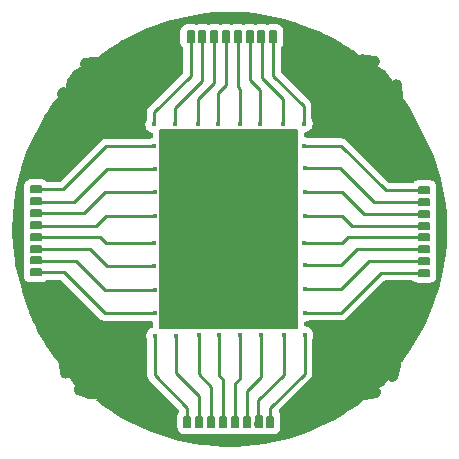
<source format=gbr>
%TF.GenerationSoftware,KiCad,Pcbnew,9.0.2*%
%TF.CreationDate,2025-06-18T21:38:18-04:00*%
%TF.ProjectId,GlassIDC_Mounted_10x15mm,476c6173-7349-4444-935f-4d6f756e7465,rev?*%
%TF.SameCoordinates,Original*%
%TF.FileFunction,Copper,L2,Bot*%
%TF.FilePolarity,Positive*%
%FSLAX46Y46*%
G04 Gerber Fmt 4.6, Leading zero omitted, Abs format (unit mm)*
G04 Created by KiCad (PCBNEW 9.0.2) date 2025-06-18 21:38:18*
%MOMM*%
%LPD*%
G01*
G04 APERTURE LIST*
%TA.AperFunction,NonConductor*%
%ADD10C,1.000000*%
%TD*%
%TA.AperFunction,NonConductor*%
%ADD11C,0.900000*%
%TD*%
%TA.AperFunction,NonConductor*%
%ADD12C,0.200000*%
%TD*%
%TA.AperFunction,NonConductor*%
%ADD13C,1.016000*%
%TD*%
%TA.AperFunction,ComponentPad*%
%ADD14C,5.000000*%
%TD*%
%TA.AperFunction,ViaPad*%
%ADD15C,0.700000*%
%TD*%
%TA.AperFunction,ViaPad*%
%ADD16C,0.450000*%
%TD*%
%TA.AperFunction,ViaPad*%
%ADD17C,1.500000*%
%TD*%
%TA.AperFunction,Conductor*%
%ADD18C,0.254000*%
%TD*%
%TA.AperFunction,Conductor*%
%ADD19C,0.250000*%
%TD*%
G04 APERTURE END LIST*
D10*
X162589683Y-92805782D02*
G75*
G02*
X160709575Y-90822581I-2678230J-656220D01*
G01*
D11*
X134599415Y-117184361D02*
G75*
G02*
X135760294Y-118595021I2482131J859635D01*
G01*
D10*
X136317933Y-91002582D02*
G75*
G02*
X134393840Y-93475261I753167J-2571018D01*
G01*
X160800001Y-118800000D02*
G75*
G02*
X162261308Y-117427782I-932358J2457088D01*
G01*
D12*
X142600000Y-96600000D02*
X154200000Y-96600000D01*
X154200000Y-113400000D01*
X142600000Y-113400000D01*
X142600000Y-96600000D01*
%TA.AperFunction,NonConductor*%
G36*
X142600000Y-96600000D02*
G01*
X154200000Y-96600000D01*
X154200000Y-113400000D01*
X142600000Y-113400000D01*
X142600000Y-96600000D01*
G37*
%TD.AperFunction*%
X145922000Y-88251000D02*
X146430000Y-88251000D01*
X146430000Y-89140000D01*
X145922000Y-89140000D01*
X145922000Y-88251000D01*
%TA.AperFunction,NonConductor*%
G36*
X145922000Y-88251000D02*
G01*
X146430000Y-88251000D01*
X146430000Y-89140000D01*
X145922000Y-89140000D01*
X145922000Y-88251000D01*
G37*
%TD.AperFunction*%
D13*
X138341100Y-116433600D02*
G75*
G02*
X135801100Y-116433600I-1270000J0D01*
G01*
X135801100Y-116433600D02*
G75*
G02*
X138341100Y-116433600I1270000J0D01*
G01*
D12*
X145672000Y-120870000D02*
X146180000Y-120870000D01*
X146180000Y-121759000D01*
X145672000Y-121759000D01*
X145672000Y-120870000D01*
%TA.AperFunction,NonConductor*%
G36*
X145672000Y-120870000D02*
G01*
X146180000Y-120870000D01*
X146180000Y-121759000D01*
X145672000Y-121759000D01*
X145672000Y-120870000D01*
G37*
%TD.AperFunction*%
X149929100Y-88242600D02*
X150437100Y-88242600D01*
X150437100Y-89131600D01*
X149929100Y-89131600D01*
X149929100Y-88242600D01*
%TA.AperFunction,NonConductor*%
G36*
X149929100Y-88242600D02*
G01*
X150437100Y-88242600D01*
X150437100Y-89131600D01*
X149929100Y-89131600D01*
X149929100Y-88242600D01*
G37*
%TD.AperFunction*%
X131659050Y-105383000D02*
X132548050Y-105383000D01*
X132548050Y-105891000D01*
X131659050Y-105891000D01*
X131659050Y-105383000D01*
%TA.AperFunction,NonConductor*%
G36*
X131659050Y-105383000D02*
G01*
X132548050Y-105383000D01*
X132548050Y-105891000D01*
X131659050Y-105891000D01*
X131659050Y-105383000D01*
G37*
%TD.AperFunction*%
X131659050Y-103383000D02*
X132548050Y-103383000D01*
X132548050Y-103891000D01*
X131659050Y-103891000D01*
X131659050Y-103383000D01*
%TA.AperFunction,NonConductor*%
G36*
X131659050Y-103383000D02*
G01*
X132548050Y-103383000D01*
X132548050Y-103891000D01*
X131659050Y-103891000D01*
X131659050Y-103383000D01*
G37*
%TD.AperFunction*%
X151672900Y-120858400D02*
X152180900Y-120858400D01*
X152180900Y-121747400D01*
X151672900Y-121747400D01*
X151672900Y-120858400D01*
%TA.AperFunction,NonConductor*%
G36*
X151672900Y-120858400D02*
G01*
X152180900Y-120858400D01*
X152180900Y-121747400D01*
X151672900Y-121747400D01*
X151672900Y-120858400D01*
G37*
%TD.AperFunction*%
X146929100Y-88242600D02*
X147437100Y-88242600D01*
X147437100Y-89131600D01*
X146929100Y-89131600D01*
X146929100Y-88242600D01*
%TA.AperFunction,NonConductor*%
G36*
X146929100Y-88242600D02*
G01*
X147437100Y-88242600D01*
X147437100Y-89131600D01*
X146929100Y-89131600D01*
X146929100Y-88242600D01*
G37*
%TD.AperFunction*%
X147929100Y-88242600D02*
X148437100Y-88242600D01*
X148437100Y-89131600D01*
X147929100Y-89131600D01*
X147929100Y-88242600D01*
%TA.AperFunction,NonConductor*%
G36*
X147929100Y-88242600D02*
G01*
X148437100Y-88242600D01*
X148437100Y-89131600D01*
X147929100Y-89131600D01*
X147929100Y-88242600D01*
G37*
%TD.AperFunction*%
X131659050Y-108383000D02*
X132548050Y-108383000D01*
X132548050Y-108891000D01*
X131659050Y-108891000D01*
X131659050Y-108383000D01*
%TA.AperFunction,NonConductor*%
G36*
X131659050Y-108383000D02*
G01*
X132548050Y-108383000D01*
X132548050Y-108891000D01*
X131659050Y-108891000D01*
X131659050Y-108383000D01*
G37*
%TD.AperFunction*%
X148672900Y-120858400D02*
X149180900Y-120858400D01*
X149180900Y-121747400D01*
X148672900Y-121747400D01*
X148672900Y-120858400D01*
%TA.AperFunction,NonConductor*%
G36*
X148672900Y-120858400D02*
G01*
X149180900Y-120858400D01*
X149180900Y-121747400D01*
X148672900Y-121747400D01*
X148672900Y-120858400D01*
G37*
%TD.AperFunction*%
X131659050Y-104383000D02*
X132548050Y-104383000D01*
X132548050Y-104891000D01*
X131659050Y-104891000D01*
X131659050Y-104383000D01*
%TA.AperFunction,NonConductor*%
G36*
X131659050Y-104383000D02*
G01*
X132548050Y-104383000D01*
X132548050Y-104891000D01*
X131659050Y-104891000D01*
X131659050Y-104383000D01*
G37*
%TD.AperFunction*%
X164496900Y-105436000D02*
X165385900Y-105436000D01*
X165385900Y-105944000D01*
X164496900Y-105944000D01*
X164496900Y-105436000D01*
%TA.AperFunction,NonConductor*%
G36*
X164496900Y-105436000D02*
G01*
X165385900Y-105436000D01*
X165385900Y-105944000D01*
X164496900Y-105944000D01*
X164496900Y-105436000D01*
G37*
%TD.AperFunction*%
X144929100Y-88242600D02*
X145437100Y-88242600D01*
X145437100Y-89131600D01*
X144929100Y-89131600D01*
X144929100Y-88242600D01*
%TA.AperFunction,NonConductor*%
G36*
X144929100Y-88242600D02*
G01*
X145437100Y-88242600D01*
X145437100Y-89131600D01*
X144929100Y-89131600D01*
X144929100Y-88242600D01*
G37*
%TD.AperFunction*%
X146672900Y-120858400D02*
X147180900Y-120858400D01*
X147180900Y-121747400D01*
X146672900Y-121747400D01*
X146672900Y-120858400D01*
%TA.AperFunction,NonConductor*%
G36*
X146672900Y-120858400D02*
G01*
X147180900Y-120858400D01*
X147180900Y-121747400D01*
X146672900Y-121747400D01*
X146672900Y-120858400D01*
G37*
%TD.AperFunction*%
X164495000Y-108441000D02*
X165384000Y-108441000D01*
X165384000Y-108949000D01*
X164495000Y-108949000D01*
X164495000Y-108441000D01*
%TA.AperFunction,NonConductor*%
G36*
X164495000Y-108441000D02*
G01*
X165384000Y-108441000D01*
X165384000Y-108949000D01*
X164495000Y-108949000D01*
X164495000Y-108441000D01*
G37*
%TD.AperFunction*%
X164496900Y-106436000D02*
X165385900Y-106436000D01*
X165385900Y-106944000D01*
X164496900Y-106944000D01*
X164496900Y-106436000D01*
%TA.AperFunction,NonConductor*%
G36*
X164496900Y-106436000D02*
G01*
X165385900Y-106436000D01*
X165385900Y-106944000D01*
X164496900Y-106944000D01*
X164496900Y-106436000D01*
G37*
%TD.AperFunction*%
X151934100Y-88244500D02*
X152442100Y-88244500D01*
X152442100Y-89133500D01*
X151934100Y-89133500D01*
X151934100Y-88244500D01*
%TA.AperFunction,NonConductor*%
G36*
X151934100Y-88244500D02*
G01*
X152442100Y-88244500D01*
X152442100Y-89133500D01*
X151934100Y-89133500D01*
X151934100Y-88244500D01*
G37*
%TD.AperFunction*%
D13*
X138341100Y-93573600D02*
G75*
G02*
X135801100Y-93573600I-1270000J0D01*
G01*
X135801100Y-93573600D02*
G75*
G02*
X138341100Y-93573600I1270000J0D01*
G01*
D12*
X148929100Y-88242600D02*
X149437100Y-88242600D01*
X149437100Y-89131600D01*
X148929100Y-89131600D01*
X148929100Y-88242600D01*
%TA.AperFunction,NonConductor*%
G36*
X148929100Y-88242600D02*
G01*
X149437100Y-88242600D01*
X149437100Y-89131600D01*
X148929100Y-89131600D01*
X148929100Y-88242600D01*
G37*
%TD.AperFunction*%
X149672900Y-120858400D02*
X150180900Y-120858400D01*
X150180900Y-121747400D01*
X149672900Y-121747400D01*
X149672900Y-120858400D01*
%TA.AperFunction,NonConductor*%
G36*
X149672900Y-120858400D02*
G01*
X150180900Y-120858400D01*
X150180900Y-121747400D01*
X149672900Y-121747400D01*
X149672900Y-120858400D01*
G37*
%TD.AperFunction*%
X164496900Y-101436000D02*
X165385900Y-101436000D01*
X165385900Y-101944000D01*
X164496900Y-101944000D01*
X164496900Y-101436000D01*
%TA.AperFunction,NonConductor*%
G36*
X164496900Y-101436000D02*
G01*
X165385900Y-101436000D01*
X165385900Y-101944000D01*
X164496900Y-101944000D01*
X164496900Y-101436000D01*
G37*
%TD.AperFunction*%
X131659050Y-107383000D02*
X132548050Y-107383000D01*
X132548050Y-107891000D01*
X131659050Y-107891000D01*
X131659050Y-107383000D01*
%TA.AperFunction,NonConductor*%
G36*
X131659050Y-107383000D02*
G01*
X132548050Y-107383000D01*
X132548050Y-107891000D01*
X131659050Y-107891000D01*
X131659050Y-107383000D01*
G37*
%TD.AperFunction*%
X164496900Y-104436000D02*
X165385900Y-104436000D01*
X165385900Y-104944000D01*
X164496900Y-104944000D01*
X164496900Y-104436000D01*
%TA.AperFunction,NonConductor*%
G36*
X164496900Y-104436000D02*
G01*
X165385900Y-104436000D01*
X165385900Y-104944000D01*
X164496900Y-104944000D01*
X164496900Y-104436000D01*
G37*
%TD.AperFunction*%
X164496900Y-103436000D02*
X165385900Y-103436000D01*
X165385900Y-103944000D01*
X164496900Y-103944000D01*
X164496900Y-103436000D01*
%TA.AperFunction,NonConductor*%
G36*
X164496900Y-103436000D02*
G01*
X165385900Y-103436000D01*
X165385900Y-103944000D01*
X164496900Y-103944000D01*
X164496900Y-103436000D01*
G37*
%TD.AperFunction*%
X131659050Y-106383000D02*
X132548050Y-106383000D01*
X132548050Y-106891000D01*
X131659050Y-106891000D01*
X131659050Y-106383000D01*
%TA.AperFunction,NonConductor*%
G36*
X131659050Y-106383000D02*
G01*
X132548050Y-106383000D01*
X132548050Y-106891000D01*
X131659050Y-106891000D01*
X131659050Y-106383000D01*
G37*
%TD.AperFunction*%
X144667900Y-120856500D02*
X145175900Y-120856500D01*
X145175900Y-121745500D01*
X144667900Y-121745500D01*
X144667900Y-120856500D01*
%TA.AperFunction,NonConductor*%
G36*
X144667900Y-120856500D02*
G01*
X145175900Y-120856500D01*
X145175900Y-121745500D01*
X144667900Y-121745500D01*
X144667900Y-120856500D01*
G37*
%TD.AperFunction*%
X150680000Y-120850000D02*
X151188000Y-120850000D01*
X151188000Y-121739000D01*
X150680000Y-121739000D01*
X150680000Y-120850000D01*
%TA.AperFunction,NonConductor*%
G36*
X150680000Y-120850000D02*
G01*
X151188000Y-120850000D01*
X151188000Y-121739000D01*
X150680000Y-121739000D01*
X150680000Y-120850000D01*
G37*
%TD.AperFunction*%
D13*
X161201100Y-116433600D02*
G75*
G02*
X158661100Y-116433600I-1270000J0D01*
G01*
X158661100Y-116433600D02*
G75*
G02*
X161201100Y-116433600I1270000J0D01*
G01*
X161201100Y-93573600D02*
G75*
G02*
X158661100Y-93573600I-1270000J0D01*
G01*
X158661100Y-93573600D02*
G75*
G02*
X161201100Y-93573600I1270000J0D01*
G01*
D12*
X164496900Y-102436000D02*
X165385900Y-102436000D01*
X165385900Y-102944000D01*
X164496900Y-102944000D01*
X164496900Y-102436000D01*
%TA.AperFunction,NonConductor*%
G36*
X164496900Y-102436000D02*
G01*
X165385900Y-102436000D01*
X165385900Y-102944000D01*
X164496900Y-102944000D01*
X164496900Y-102436000D01*
G37*
%TD.AperFunction*%
X147672900Y-120858400D02*
X148180900Y-120858400D01*
X148180900Y-121747400D01*
X147672900Y-121747400D01*
X147672900Y-120858400D01*
%TA.AperFunction,NonConductor*%
G36*
X147672900Y-120858400D02*
G01*
X148180900Y-120858400D01*
X148180900Y-121747400D01*
X147672900Y-121747400D01*
X147672900Y-120858400D01*
G37*
%TD.AperFunction*%
X131660950Y-101378000D02*
X132549950Y-101378000D01*
X132549950Y-101886000D01*
X131660950Y-101886000D01*
X131660950Y-101378000D01*
%TA.AperFunction,NonConductor*%
G36*
X131660950Y-101378000D02*
G01*
X132549950Y-101378000D01*
X132549950Y-101886000D01*
X131660950Y-101886000D01*
X131660950Y-101378000D01*
G37*
%TD.AperFunction*%
X131660950Y-102383000D02*
X132549950Y-102383000D01*
X132549950Y-102891000D01*
X131660950Y-102891000D01*
X131660950Y-102383000D01*
%TA.AperFunction,NonConductor*%
G36*
X131660950Y-102383000D02*
G01*
X132549950Y-102383000D01*
X132549950Y-102891000D01*
X131660950Y-102891000D01*
X131660950Y-102383000D01*
G37*
%TD.AperFunction*%
X150930000Y-88231000D02*
X151438000Y-88231000D01*
X151438000Y-89120000D01*
X150930000Y-89120000D01*
X150930000Y-88231000D01*
%TA.AperFunction,NonConductor*%
G36*
X150930000Y-88231000D02*
G01*
X151438000Y-88231000D01*
X151438000Y-89120000D01*
X150930000Y-89120000D01*
X150930000Y-88231000D01*
G37*
%TD.AperFunction*%
X164495000Y-107436000D02*
X165384000Y-107436000D01*
X165384000Y-107944000D01*
X164495000Y-107944000D01*
X164495000Y-107436000D01*
%TA.AperFunction,NonConductor*%
G36*
X164495000Y-107436000D02*
G01*
X165384000Y-107436000D01*
X165384000Y-107944000D01*
X164495000Y-107944000D01*
X164495000Y-107436000D01*
G37*
%TD.AperFunction*%
D14*
%TO.P,REF\u002A\u002A,1*%
%TO.N,N/C*%
X137081545Y-116324726D03*
%TD*%
%TO.P,REF\u002A\u002A,1*%
%TO.N,N/C*%
X159867637Y-116342911D03*
%TD*%
%TO.P,REF\u002A\u002A,1*%
%TO.N,N/C*%
X159911452Y-93461999D03*
%TD*%
%TO.P,REF\u002A\u002A,1*%
%TO.N,N/C*%
X137011817Y-93457817D03*
%TD*%
D15*
%TO.N,*%
X134197502Y-112813550D03*
X140436700Y-119378687D03*
X156438963Y-119105780D03*
X162702509Y-112973729D03*
X162553651Y-97604114D03*
X155855029Y-91017136D03*
X140915819Y-90777329D03*
X133795433Y-97525570D03*
D16*
X142091443Y-96128418D03*
D15*
X148183100Y-88496600D03*
X149183100Y-88496600D03*
D16*
X142109497Y-97976930D03*
X143955577Y-114010677D03*
X154847936Y-113946484D03*
X154785937Y-96055468D03*
D15*
X151183100Y-88498500D03*
D17*
X148501100Y-105003600D03*
D15*
X148926900Y-121493400D03*
X131913050Y-104637000D03*
D16*
X154809128Y-106157290D03*
D15*
X146183100Y-88496600D03*
D16*
X142148756Y-110103241D03*
D15*
X165131900Y-106690000D03*
X151926900Y-121493400D03*
D16*
X154867953Y-112069906D03*
X142114872Y-108085127D03*
X142115175Y-106196384D03*
D15*
X165131900Y-104690000D03*
X131914950Y-101632000D03*
D16*
X154862275Y-103850452D03*
X154873519Y-108052770D03*
D15*
X165130000Y-107690000D03*
D16*
X154867841Y-99833316D03*
X153058758Y-113985806D03*
D15*
X165131900Y-105690000D03*
X150183100Y-88496600D03*
X165130000Y-108695000D03*
X131913050Y-105637000D03*
D16*
X152996759Y-96094790D03*
D15*
X131913050Y-103637000D03*
X152183100Y-88498500D03*
X146926900Y-121493400D03*
X131913050Y-107637000D03*
D16*
X149331515Y-96082903D03*
X151104047Y-113963919D03*
D15*
X131914950Y-102637000D03*
D16*
X154842709Y-110064147D03*
X142143078Y-101883787D03*
D15*
X165131900Y-102690000D03*
X144921900Y-121491500D03*
D16*
X142173888Y-99872410D03*
D15*
X145183100Y-88496600D03*
D16*
X154803450Y-97937836D03*
D15*
X165131900Y-103690000D03*
D16*
X147573256Y-113966145D03*
X145862723Y-113975806D03*
X142174000Y-112109000D03*
D15*
X147926900Y-121493400D03*
D16*
X143884904Y-96097450D03*
X142153442Y-114019434D03*
D15*
X131913050Y-108637000D03*
D16*
X151042048Y-96072903D03*
X149393514Y-113973919D03*
X154837031Y-101844693D03*
D15*
X165131900Y-101690000D03*
X147183100Y-88496600D03*
D16*
X142168322Y-103889546D03*
X147511257Y-96075129D03*
X145800724Y-96084790D03*
D15*
X150926900Y-121493400D03*
X131913050Y-106637000D03*
X149926900Y-121493400D03*
X145926900Y-121491500D03*
%TD*%
D18*
%TO.N,*%
X157986557Y-101844693D02*
X159831864Y-103690000D01*
X154837031Y-101844693D02*
X157986557Y-101844693D01*
X159831864Y-103690000D02*
X165170000Y-103690000D01*
X157833316Y-99833316D02*
X154867841Y-99833316D01*
X160690000Y-102690000D02*
X157833316Y-99833316D01*
X165170000Y-102690000D02*
X160690000Y-102690000D01*
X157937836Y-97937836D02*
X161690000Y-101690000D01*
X161690000Y-101690000D02*
X165170000Y-101690000D01*
X154803450Y-97937836D02*
X157937836Y-97937836D01*
X158844947Y-104690000D02*
X165170000Y-104690000D01*
X158005399Y-103850452D02*
X158844947Y-104690000D01*
X154862275Y-103850452D02*
X158005399Y-103850452D01*
X158510000Y-105690000D02*
X165170000Y-105690000D01*
X158042710Y-106157290D02*
X158510000Y-105690000D01*
X154809128Y-106157290D02*
X158042710Y-106157290D01*
X157947230Y-108052770D02*
X159310000Y-106690000D01*
X159310000Y-106690000D02*
X165170000Y-106690000D01*
X154873519Y-108052770D02*
X157947230Y-108052770D01*
X161331619Y-108695000D02*
X165168100Y-108695000D01*
X157956713Y-112069906D02*
X161331619Y-108695000D01*
X154867953Y-112069906D02*
X157956713Y-112069906D01*
X157935853Y-110064147D02*
X154842709Y-110064147D01*
X160310000Y-107690000D02*
X157935853Y-110064147D01*
X165168100Y-107690000D02*
X160310000Y-107690000D01*
X138085127Y-108085127D02*
X142114872Y-108085127D01*
X136658341Y-106658341D02*
X138085127Y-108085127D01*
X131919029Y-106658341D02*
X136658341Y-106658341D01*
X135467270Y-107667270D02*
X137903241Y-110103241D01*
X131935568Y-107667270D02*
X135467270Y-107667270D01*
X137903241Y-110103241D02*
X142148756Y-110103241D01*
X137909000Y-112109000D02*
X142174000Y-112109000D01*
X134459658Y-108659658D02*
X137909000Y-112109000D01*
X131952108Y-108659658D02*
X134459658Y-108659658D01*
X138012718Y-106196384D02*
X142115175Y-106196384D01*
X137482287Y-105665953D02*
X138012718Y-106196384D01*
X131919029Y-105665953D02*
X137482287Y-105665953D01*
X137200000Y-104690104D02*
X138000558Y-103889546D01*
X138000558Y-103889546D02*
X142168322Y-103889546D01*
X131935568Y-104690104D02*
X137200000Y-104690104D01*
X137916213Y-101883787D02*
X142143078Y-101883787D01*
X136151903Y-103648097D02*
X137916213Y-101883787D01*
X132001728Y-103648097D02*
X136151903Y-103648097D01*
X135311212Y-102688788D02*
X138127590Y-99872410D01*
X132001728Y-102688788D02*
X135311212Y-102688788D01*
X138127590Y-99872410D02*
X142173888Y-99872410D01*
X138023070Y-97976930D02*
X142109497Y-97976930D01*
X134400000Y-101600000D02*
X138023070Y-97976930D01*
X132137450Y-101600000D02*
X134400000Y-101600000D01*
X132105450Y-101632000D02*
X132137450Y-101600000D01*
X154847936Y-117221966D02*
X154847936Y-113946484D01*
X151926900Y-120143002D02*
X154847936Y-117221966D01*
X151926900Y-121531500D02*
X151926900Y-120143002D01*
X150918798Y-119481202D02*
X150918798Y-121474125D01*
X153058758Y-117341242D02*
X150918798Y-119481202D01*
X153058758Y-113985806D02*
X153058758Y-117341242D01*
X149926900Y-118673100D02*
X149926900Y-121531500D01*
X151104047Y-117495953D02*
X149926900Y-118673100D01*
X151104047Y-113963919D02*
X151104047Y-117495953D01*
X149393514Y-117606486D02*
X148926900Y-118073100D01*
X149393514Y-113973919D02*
X149393514Y-117606486D01*
X148926900Y-118073100D02*
X148926900Y-121531500D01*
X147926900Y-117726900D02*
X147926900Y-121531500D01*
X147573256Y-117373256D02*
X147926900Y-117726900D01*
X147573256Y-113966145D02*
X147573256Y-117373256D01*
X146926900Y-118326900D02*
X146926900Y-121531500D01*
X145862723Y-113975806D02*
X145862723Y-117262723D01*
X145862723Y-117262723D02*
X146926900Y-118326900D01*
X145922541Y-119122541D02*
X145922541Y-121495295D01*
X143955577Y-117155577D02*
X145922541Y-119122541D01*
X143955577Y-114010677D02*
X143955577Y-117155577D01*
X142153442Y-117353442D02*
X142153442Y-114019434D01*
X144921900Y-120121900D02*
X142153442Y-117353442D01*
X144921900Y-121529600D02*
X144921900Y-120121900D01*
X149183100Y-92983100D02*
X149183100Y-88458500D01*
X149331515Y-93131515D02*
X149183100Y-92983100D01*
X149331515Y-96082903D02*
X149331515Y-93131515D01*
X151042048Y-96072903D02*
X151042048Y-93242048D01*
X151042048Y-93242048D02*
X150183100Y-92383100D01*
X150183100Y-92383100D02*
X150183100Y-88458500D01*
D19*
X151220000Y-89070000D02*
X151210000Y-89060000D01*
X151220000Y-92220000D02*
X151220000Y-89070000D01*
X152996759Y-93996759D02*
X151220000Y-92220000D01*
X152996759Y-96094790D02*
X152996759Y-93996759D01*
D18*
X148183100Y-92816900D02*
X148183100Y-88458500D01*
X147511257Y-93488743D02*
X148183100Y-92816900D01*
X147511257Y-96075129D02*
X147511257Y-93488743D01*
X145800724Y-93999276D02*
X147183100Y-92616900D01*
X147183100Y-92616900D02*
X147183100Y-88458500D01*
X145800724Y-96084790D02*
X145800724Y-93999276D01*
D19*
X146170000Y-89090000D02*
X146190000Y-89070000D01*
X143884904Y-94715096D02*
X146170000Y-92430000D01*
X146170000Y-92430000D02*
X146170000Y-89090000D01*
X143884904Y-96097450D02*
X143884904Y-94715096D01*
D18*
X145183100Y-92016900D02*
X142091443Y-95108557D01*
X142091443Y-95108557D02*
X142091443Y-96128418D01*
X145183100Y-88458500D02*
X145183100Y-92016900D01*
X154785937Y-94585937D02*
X154785937Y-96055468D01*
X152200000Y-92000000D02*
X154785937Y-94585937D01*
X152200000Y-88472300D02*
X152200000Y-92000000D01*
X152188100Y-88460400D02*
X152200000Y-88472300D01*
%TD*%
%TA.AperFunction,NonConductor*%
G36*
X148929644Y-86604169D02*
G01*
X149772090Y-86643117D01*
X149778930Y-86643593D01*
X150618702Y-86721408D01*
X150625455Y-86722192D01*
X151460753Y-86838711D01*
X151467507Y-86839812D01*
X152296518Y-86994782D01*
X152303225Y-86996197D01*
X153124181Y-87189284D01*
X153130790Y-87191000D01*
X153941984Y-87421804D01*
X153948507Y-87423824D01*
X154012718Y-87445346D01*
X154020612Y-87448244D01*
X154400000Y-87600000D01*
X155976278Y-88191104D01*
X155984086Y-88194289D01*
X156318837Y-88342096D01*
X156325020Y-88344999D01*
X157079961Y-88720914D01*
X157086027Y-88724111D01*
X157401271Y-88899701D01*
X157822809Y-89134496D01*
X157828743Y-89137984D01*
X158187236Y-89359953D01*
X158500140Y-89553695D01*
X158545729Y-89581922D01*
X158551489Y-89585674D01*
X158681212Y-89674537D01*
X158888288Y-89816387D01*
X158893483Y-89820112D01*
X159450543Y-90237907D01*
X159498166Y-90298577D01*
X159509073Y-90374930D01*
X159480343Y-90446507D01*
X159419673Y-90494130D01*
X159394299Y-90502371D01*
X159079503Y-90574221D01*
X159079501Y-90574222D01*
X158761402Y-90685529D01*
X158457765Y-90831753D01*
X158172420Y-91011047D01*
X157908924Y-91221178D01*
X157670631Y-91459471D01*
X157460500Y-91722967D01*
X157281206Y-92008312D01*
X157134982Y-92311949D01*
X157023675Y-92630048D01*
X157023674Y-92630050D01*
X156948685Y-92958599D01*
X156910952Y-93293496D01*
X156910952Y-93630501D01*
X156948685Y-93965398D01*
X157023674Y-94293947D01*
X157023675Y-94293949D01*
X157134982Y-94612048D01*
X157281206Y-94915685D01*
X157460500Y-95201030D01*
X157460504Y-95201035D01*
X157460506Y-95201038D01*
X157670627Y-95464522D01*
X157908929Y-95702824D01*
X158172413Y-95912945D01*
X158172416Y-95912947D01*
X158172420Y-95912950D01*
X158285523Y-95984017D01*
X158457766Y-96092245D01*
X158761401Y-96238468D01*
X159079498Y-96349775D01*
X159170353Y-96370512D01*
X159408052Y-96424765D01*
X159408055Y-96424765D01*
X159408058Y-96424766D01*
X159742948Y-96462499D01*
X159742949Y-96462499D01*
X160079955Y-96462499D01*
X160079956Y-96462499D01*
X160414846Y-96424766D01*
X160414849Y-96424765D01*
X160414851Y-96424765D01*
X160527240Y-96399113D01*
X160743406Y-96349775D01*
X161061503Y-96238468D01*
X161365138Y-96092245D01*
X161650491Y-95912945D01*
X161913975Y-95702824D01*
X162152277Y-95464522D01*
X162362398Y-95201038D01*
X162541698Y-94915685D01*
X162687921Y-94612050D01*
X162799228Y-94293953D01*
X162874219Y-93965393D01*
X162877551Y-93935816D01*
X162905727Y-93864021D01*
X162966027Y-93815931D01*
X163042294Y-93804435D01*
X163114091Y-93832611D01*
X163144519Y-93862705D01*
X163438404Y-94251872D01*
X163442424Y-94257460D01*
X163756190Y-94715501D01*
X163766535Y-94733071D01*
X165794486Y-98788972D01*
X165803627Y-98811788D01*
X166408354Y-100777154D01*
X166410985Y-100786859D01*
X166508499Y-101201460D01*
X166509920Y-101208195D01*
X166664883Y-102037172D01*
X166665991Y-102043966D01*
X166782502Y-102879202D01*
X166783295Y-102886039D01*
X166861105Y-103725756D01*
X166861582Y-103732622D01*
X166900531Y-104575054D01*
X166900690Y-104581936D01*
X166900690Y-105425263D01*
X166900531Y-105432145D01*
X166861582Y-106274577D01*
X166861105Y-106281443D01*
X166788163Y-107068614D01*
X166786772Y-107079361D01*
X166476849Y-108938897D01*
X166474918Y-108948516D01*
X166315423Y-109626649D01*
X166313693Y-109633311D01*
X166264847Y-109804985D01*
X166262889Y-109811327D01*
X165801382Y-111195851D01*
X165798371Y-111204070D01*
X165107508Y-112931228D01*
X165102544Y-112942306D01*
X164851099Y-113447275D01*
X164845486Y-113457520D01*
X163668172Y-115419709D01*
X163663331Y-115427254D01*
X163442424Y-115749739D01*
X163438404Y-115755326D01*
X163126226Y-116168717D01*
X163065399Y-116216140D01*
X162989011Y-116226796D01*
X162917529Y-116197830D01*
X162870106Y-116137003D01*
X162859258Y-116095607D01*
X162830403Y-115839512D01*
X162755414Y-115510962D01*
X162755413Y-115510957D01*
X162644106Y-115192860D01*
X162497883Y-114889225D01*
X162429414Y-114780258D01*
X162318588Y-114603879D01*
X162318585Y-114603875D01*
X162318583Y-114603872D01*
X162108462Y-114340388D01*
X161870160Y-114102086D01*
X161606676Y-113891965D01*
X161606673Y-113891963D01*
X161606668Y-113891959D01*
X161321323Y-113712665D01*
X161017686Y-113566441D01*
X160881247Y-113518699D01*
X160699591Y-113455135D01*
X160699587Y-113455134D01*
X160699585Y-113455133D01*
X160371036Y-113380144D01*
X160091956Y-113348699D01*
X160036141Y-113342411D01*
X159699133Y-113342411D01*
X159651291Y-113347801D01*
X159364237Y-113380144D01*
X159035688Y-113455133D01*
X159035686Y-113455134D01*
X159035683Y-113455134D01*
X159035683Y-113455135D01*
X159028867Y-113457520D01*
X158717587Y-113566441D01*
X158413950Y-113712665D01*
X158128605Y-113891959D01*
X157865109Y-114102090D01*
X157626816Y-114340383D01*
X157416685Y-114603879D01*
X157237391Y-114889224D01*
X157091167Y-115192861D01*
X156979860Y-115510960D01*
X156979859Y-115510962D01*
X156904870Y-115839511D01*
X156867137Y-116174408D01*
X156867137Y-116511413D01*
X156904870Y-116846310D01*
X156979859Y-117174859D01*
X156979860Y-117174861D01*
X157091167Y-117492960D01*
X157237391Y-117796597D01*
X157416685Y-118081942D01*
X157416689Y-118081947D01*
X157416691Y-118081950D01*
X157626812Y-118345434D01*
X157865114Y-118583736D01*
X158128598Y-118793857D01*
X158128601Y-118793859D01*
X158128605Y-118793862D01*
X158304984Y-118904688D01*
X158413951Y-118973157D01*
X158717586Y-119119380D01*
X159035683Y-119230687D01*
X159199963Y-119268182D01*
X159364238Y-119305677D01*
X159364239Y-119305677D01*
X159364243Y-119305678D01*
X159624192Y-119334967D01*
X159640031Y-119341183D01*
X159657000Y-119342489D01*
X159675321Y-119355033D01*
X159695989Y-119363145D01*
X159706598Y-119376448D01*
X159720640Y-119386063D01*
X159730233Y-119406086D01*
X159744078Y-119423446D01*
X159746614Y-119440273D01*
X159753967Y-119455619D01*
X159752263Y-119477757D01*
X159755573Y-119499712D01*
X159749356Y-119515551D01*
X159748051Y-119532520D01*
X159735506Y-119550841D01*
X159727395Y-119571509D01*
X159704477Y-119596160D01*
X159671952Y-119624038D01*
X159664778Y-119629812D01*
X159252842Y-119940893D01*
X159247254Y-119944914D01*
X158551511Y-120421510D01*
X158545744Y-120425268D01*
X158122819Y-120687130D01*
X158116742Y-120690696D01*
X157202843Y-121198419D01*
X157197117Y-121201440D01*
X155902508Y-121848743D01*
X155896058Y-121851777D01*
X155547339Y-122005753D01*
X155540979Y-122008387D01*
X154754618Y-122313025D01*
X154748144Y-122315363D01*
X153948527Y-122583368D01*
X153941952Y-122585404D01*
X153424854Y-122732530D01*
X153417582Y-122734402D01*
X151859139Y-123094043D01*
X151853014Y-123095322D01*
X151467527Y-123167383D01*
X151460733Y-123168491D01*
X150625497Y-123285002D01*
X150618660Y-123285795D01*
X149778943Y-123363605D01*
X149772077Y-123364082D01*
X149046098Y-123397646D01*
X148998641Y-123399841D01*
X148991761Y-123400000D01*
X148010439Y-123400000D01*
X148003558Y-123399841D01*
X147952566Y-123397483D01*
X147230122Y-123364082D01*
X147223256Y-123363605D01*
X146473620Y-123294142D01*
X146383535Y-123285794D01*
X146376706Y-123285002D01*
X146177067Y-123257154D01*
X145541466Y-123168491D01*
X145534672Y-123167383D01*
X144705695Y-123012420D01*
X144698960Y-123010999D01*
X144223347Y-122899136D01*
X144213642Y-122896505D01*
X142601664Y-122400512D01*
X142598365Y-122399455D01*
X141686890Y-122095629D01*
X141680183Y-122093214D01*
X141461181Y-122008372D01*
X141454853Y-122005750D01*
X141087315Y-121843466D01*
X141080864Y-121840432D01*
X139480461Y-121040230D01*
X139474592Y-121037130D01*
X139338330Y-120961232D01*
X139331864Y-120957414D01*
X138206240Y-120253900D01*
X138201004Y-120250472D01*
X137754959Y-119944923D01*
X137749372Y-119940904D01*
X137273236Y-119581343D01*
X137225814Y-119520516D01*
X137215158Y-119444128D01*
X137244124Y-119372645D01*
X137304951Y-119325223D01*
X137346341Y-119314376D01*
X137584939Y-119287493D01*
X137913499Y-119212502D01*
X138231596Y-119101195D01*
X138535231Y-118954972D01*
X138820584Y-118775672D01*
X139084068Y-118565551D01*
X139322370Y-118327249D01*
X139532491Y-118063765D01*
X139711791Y-117778412D01*
X139858014Y-117474777D01*
X139969321Y-117156680D01*
X140040160Y-116846310D01*
X140044311Y-116828125D01*
X140080912Y-116503290D01*
X140082045Y-116493230D01*
X140082045Y-116156222D01*
X140044312Y-115821332D01*
X140040106Y-115802906D01*
X139973472Y-115510960D01*
X139969321Y-115492772D01*
X139858014Y-115174675D01*
X139711791Y-114871040D01*
X139543922Y-114603879D01*
X139532496Y-114585694D01*
X139532493Y-114585690D01*
X139532491Y-114585687D01*
X139322370Y-114322203D01*
X139084068Y-114083901D01*
X138820584Y-113873780D01*
X138820581Y-113873778D01*
X138820576Y-113873774D01*
X138535231Y-113694480D01*
X138231594Y-113548256D01*
X138047963Y-113484001D01*
X137913499Y-113436950D01*
X137913495Y-113436949D01*
X137913493Y-113436948D01*
X137584944Y-113361959D01*
X137305864Y-113330514D01*
X137250049Y-113324226D01*
X136913041Y-113324226D01*
X136865199Y-113329616D01*
X136578145Y-113361959D01*
X136249596Y-113436948D01*
X136249594Y-113436949D01*
X135931495Y-113548256D01*
X135627858Y-113694480D01*
X135342513Y-113873774D01*
X135079017Y-114083905D01*
X134840724Y-114322198D01*
X134630593Y-114585694D01*
X134451299Y-114871039D01*
X134305075Y-115174676D01*
X134193768Y-115492775D01*
X134193767Y-115492777D01*
X134118778Y-115821326D01*
X134098186Y-116004086D01*
X134070008Y-116075883D01*
X134009707Y-116123971D01*
X133933440Y-116135466D01*
X133861643Y-116107288D01*
X133835663Y-116082796D01*
X133602422Y-115802906D01*
X133597721Y-115796962D01*
X133535021Y-115713361D01*
X133531303Y-115708176D01*
X133396208Y-115510962D01*
X133083174Y-115053989D01*
X133079422Y-115048229D01*
X132980970Y-114889224D01*
X132651014Y-114356325D01*
X132635484Y-114331243D01*
X132631996Y-114325309D01*
X132460789Y-114017934D01*
X132221611Y-113588527D01*
X132218408Y-113582449D01*
X132210437Y-113566442D01*
X131989603Y-113122946D01*
X131842511Y-112827544D01*
X131839586Y-112821313D01*
X131684428Y-112469914D01*
X131510510Y-112076030D01*
X131508497Y-112071243D01*
X131463371Y-111958429D01*
X131462929Y-111957307D01*
X131389021Y-111766528D01*
X131386619Y-111759857D01*
X131001308Y-110603925D01*
X130998912Y-110596012D01*
X130784907Y-109811327D01*
X130457831Y-108612047D01*
X130455130Y-108600274D01*
X130343237Y-108001700D01*
X130342201Y-107995410D01*
X130338580Y-107970062D01*
X130278300Y-107548105D01*
X130219692Y-107127955D01*
X130218908Y-107121202D01*
X130141093Y-106281430D01*
X130140617Y-106274576D01*
X130136039Y-106175563D01*
X130101669Y-105432144D01*
X130101510Y-105425263D01*
X130101510Y-104581936D01*
X130101669Y-104575055D01*
X130114203Y-104303943D01*
X130135172Y-103850400D01*
X130135747Y-103842523D01*
X130189606Y-103303937D01*
X131058550Y-103303937D01*
X131058550Y-103970062D01*
X131092948Y-104098437D01*
X131092948Y-104175563D01*
X131058550Y-104303937D01*
X131058550Y-104970062D01*
X131092948Y-105098437D01*
X131092948Y-105175563D01*
X131058550Y-105303937D01*
X131058550Y-105970062D01*
X131092948Y-106098437D01*
X131092948Y-106175563D01*
X131058550Y-106303937D01*
X131058550Y-106970062D01*
X131092948Y-107098437D01*
X131092948Y-107175563D01*
X131058550Y-107303937D01*
X131058550Y-107970062D01*
X131092948Y-108098437D01*
X131092948Y-108175563D01*
X131058550Y-108303937D01*
X131058550Y-108303943D01*
X131058550Y-108970057D01*
X131099473Y-109122784D01*
X131178530Y-109259716D01*
X131290334Y-109371520D01*
X131427266Y-109450577D01*
X131579993Y-109491500D01*
X132627107Y-109491500D01*
X132779834Y-109450577D01*
X132916766Y-109371520D01*
X132957487Y-109330799D01*
X133024282Y-109292235D01*
X133062846Y-109287158D01*
X134138021Y-109287158D01*
X134212521Y-109307120D01*
X134243380Y-109330799D01*
X137508992Y-112596411D01*
X137611767Y-112665083D01*
X137725965Y-112712385D01*
X137847197Y-112736500D01*
X137970803Y-112736500D01*
X141764158Y-112736500D01*
X141821570Y-112748005D01*
X141829313Y-112751238D01*
X141830347Y-112751929D01*
X141907779Y-112784002D01*
X141907912Y-112784058D01*
X141938361Y-112807561D01*
X141968709Y-112830847D01*
X141968793Y-112831049D01*
X141968968Y-112831185D01*
X141983574Y-112866735D01*
X141998225Y-112902104D01*
X141998247Y-112902446D01*
X141998280Y-112902526D01*
X141998261Y-112902662D01*
X141999500Y-112921553D01*
X141999500Y-113198365D01*
X141979538Y-113272865D01*
X141925000Y-113327403D01*
X141907520Y-113336023D01*
X141809793Y-113376502D01*
X141809789Y-113376505D01*
X141692113Y-113455134D01*
X141690959Y-113455905D01*
X141589913Y-113556951D01*
X141589910Y-113556954D01*
X141589910Y-113556955D01*
X141568807Y-113588538D01*
X141510513Y-113675781D01*
X141510509Y-113675788D01*
X141455823Y-113807812D01*
X141455822Y-113807814D01*
X141427942Y-113947975D01*
X141427942Y-114090892D01*
X141455822Y-114231053D01*
X141455823Y-114231055D01*
X141513314Y-114369851D01*
X141511264Y-114370699D01*
X141525942Y-114429275D01*
X141525942Y-117415245D01*
X141550054Y-117536471D01*
X141550058Y-117536484D01*
X141557325Y-117554027D01*
X141557329Y-117554036D01*
X141559782Y-117559956D01*
X141597359Y-117650675D01*
X141638108Y-117711660D01*
X141666031Y-117753450D01*
X141666034Y-117753453D01*
X144188513Y-120275932D01*
X144227077Y-120342727D01*
X144227077Y-120419855D01*
X144192638Y-120479506D01*
X144193326Y-120480034D01*
X144189321Y-120485253D01*
X144188519Y-120486643D01*
X144187383Y-120487778D01*
X144187383Y-120487779D01*
X144187380Y-120487783D01*
X144187380Y-120487784D01*
X144108323Y-120624716D01*
X144107814Y-120626616D01*
X144067400Y-120777441D01*
X144067400Y-121824558D01*
X144078365Y-121865481D01*
X144108323Y-121977284D01*
X144187380Y-122114216D01*
X144299184Y-122226020D01*
X144436116Y-122305077D01*
X144588843Y-122346000D01*
X145254956Y-122346000D01*
X145254957Y-122346000D01*
X145360197Y-122317801D01*
X145437323Y-122317801D01*
X145440213Y-122318575D01*
X145440216Y-122318577D01*
X145592943Y-122359500D01*
X146259057Y-122359500D01*
X146409534Y-122319180D01*
X146486658Y-122319180D01*
X146593843Y-122347900D01*
X147259957Y-122347900D01*
X147388340Y-122313500D01*
X147465460Y-122313500D01*
X147593843Y-122347900D01*
X148259957Y-122347900D01*
X148388340Y-122313500D01*
X148465460Y-122313500D01*
X148593843Y-122347900D01*
X149259957Y-122347900D01*
X149388340Y-122313500D01*
X149465460Y-122313500D01*
X149593843Y-122347900D01*
X150259957Y-122347900D01*
X150407564Y-122308349D01*
X150484686Y-122308349D01*
X150600943Y-122339500D01*
X150759057Y-122339500D01*
X150821013Y-122339500D01*
X150843133Y-122343900D01*
X151010667Y-122343900D01*
X151032787Y-122339500D01*
X151108943Y-122339500D01*
X151267057Y-122339500D01*
X151376212Y-122310252D01*
X151453338Y-122310252D01*
X151593843Y-122347900D01*
X152259957Y-122347900D01*
X152412684Y-122306977D01*
X152549616Y-122227920D01*
X152661420Y-122116116D01*
X152740477Y-121979184D01*
X152781400Y-121826457D01*
X152781400Y-120779343D01*
X152740477Y-120626616D01*
X152661420Y-120489684D01*
X152661417Y-120489681D01*
X152661416Y-120489679D01*
X152656829Y-120483700D01*
X152627314Y-120412443D01*
X152637383Y-120335975D01*
X152669678Y-120287641D01*
X155335347Y-117621974D01*
X155404019Y-117519199D01*
X155431518Y-117452810D01*
X155451322Y-117405000D01*
X155475436Y-117283769D01*
X155475436Y-117160163D01*
X155475436Y-114356325D01*
X155490113Y-114297749D01*
X155488064Y-114296901D01*
X155520300Y-114219074D01*
X155545555Y-114158104D01*
X155573436Y-114017939D01*
X155573436Y-113875029D01*
X155545555Y-113734864D01*
X155490865Y-113602831D01*
X155411468Y-113484005D01*
X155310415Y-113382952D01*
X155191589Y-113303555D01*
X155191585Y-113303553D01*
X155191581Y-113303551D01*
X155059557Y-113248865D01*
X154920430Y-113221190D01*
X154898556Y-113210402D01*
X154875000Y-113204091D01*
X154864532Y-113193623D01*
X154851256Y-113187076D01*
X154837707Y-113166798D01*
X154820462Y-113149553D01*
X154816630Y-113135253D01*
X154808407Y-113122946D01*
X154800500Y-113075053D01*
X154800500Y-112944132D01*
X154820462Y-112869632D01*
X154875000Y-112815094D01*
X154934908Y-112795848D01*
X154939396Y-112795406D01*
X154939408Y-112795406D01*
X155079573Y-112767525D01*
X155154474Y-112736500D01*
X155218370Y-112710034D01*
X155219216Y-112712078D01*
X155277795Y-112697406D01*
X158018516Y-112697406D01*
X158139748Y-112673292D01*
X158207781Y-112645110D01*
X158235963Y-112633438D01*
X158235964Y-112633436D01*
X158253946Y-112625989D01*
X158356721Y-112557317D01*
X158444124Y-112469914D01*
X161547897Y-109366141D01*
X161614692Y-109327577D01*
X161653256Y-109322500D01*
X163957546Y-109322500D01*
X164032046Y-109342462D01*
X164062905Y-109366141D01*
X164126284Y-109429520D01*
X164263216Y-109508577D01*
X164415943Y-109549500D01*
X165463057Y-109549500D01*
X165615784Y-109508577D01*
X165752716Y-109429520D01*
X165864520Y-109317716D01*
X165943577Y-109180784D01*
X165984500Y-109028057D01*
X165984500Y-108361943D01*
X165949430Y-108231059D01*
X165949430Y-108153940D01*
X165984500Y-108023057D01*
X165984500Y-107356943D01*
X165951050Y-107232105D01*
X165951050Y-107154985D01*
X165986400Y-107023057D01*
X165986400Y-106356943D01*
X165952000Y-106228560D01*
X165952000Y-106151439D01*
X165986400Y-106023057D01*
X165986400Y-105356943D01*
X165952000Y-105228560D01*
X165952000Y-105151439D01*
X165986400Y-105023057D01*
X165986400Y-104356943D01*
X165952000Y-104228560D01*
X165952000Y-104151439D01*
X165986400Y-104023057D01*
X165986400Y-103356943D01*
X165952000Y-103228560D01*
X165952000Y-103151439D01*
X165986400Y-103023057D01*
X165986400Y-102356943D01*
X165952000Y-102228560D01*
X165952000Y-102151439D01*
X165986400Y-102023057D01*
X165986400Y-101356943D01*
X165945477Y-101204216D01*
X165866420Y-101067284D01*
X165754616Y-100955480D01*
X165617684Y-100876423D01*
X165464957Y-100835500D01*
X164575957Y-100835500D01*
X164417843Y-100835500D01*
X164265116Y-100876423D01*
X164265114Y-100876423D01*
X164265114Y-100876424D01*
X164128183Y-100955480D01*
X164064805Y-101018859D01*
X163998010Y-101057423D01*
X163959446Y-101062500D01*
X162011637Y-101062500D01*
X161937137Y-101042538D01*
X161906278Y-101018859D01*
X158337847Y-97450428D01*
X158337844Y-97450425D01*
X158310851Y-97432388D01*
X158287479Y-97416772D01*
X158287476Y-97416770D01*
X158282429Y-97413398D01*
X158235069Y-97381753D01*
X158201620Y-97367898D01*
X158120871Y-97334450D01*
X158120869Y-97334449D01*
X157999639Y-97310336D01*
X155213292Y-97310336D01*
X155167068Y-97302985D01*
X155151674Y-97297961D01*
X155147103Y-97294907D01*
X155015070Y-97240217D01*
X154911724Y-97219659D01*
X154903276Y-97216903D01*
X154878147Y-97200539D01*
X154851256Y-97187277D01*
X154846228Y-97179752D01*
X154838645Y-97174814D01*
X154825065Y-97148079D01*
X154808407Y-97123147D01*
X154806483Y-97111493D01*
X154803717Y-97106048D01*
X154804175Y-97097514D01*
X154800500Y-97075254D01*
X154800500Y-96914565D01*
X154820462Y-96840065D01*
X154875000Y-96785527D01*
X154920429Y-96768428D01*
X154997557Y-96753087D01*
X155129590Y-96698397D01*
X155248416Y-96619000D01*
X155349469Y-96517947D01*
X155428866Y-96399121D01*
X155483556Y-96267088D01*
X155511437Y-96126923D01*
X155511437Y-95984013D01*
X155483556Y-95843848D01*
X155428866Y-95711815D01*
X155428865Y-95711814D01*
X155426065Y-95705053D01*
X155428105Y-95704207D01*
X155413437Y-95645626D01*
X155413437Y-94524138D01*
X155413436Y-94524130D01*
X155389322Y-94402902D01*
X155389321Y-94402900D01*
X155342021Y-94288706D01*
X155321143Y-94257460D01*
X155273348Y-94185929D01*
X155185945Y-94098526D01*
X152871141Y-91783722D01*
X152832577Y-91716927D01*
X152827500Y-91678363D01*
X152827500Y-89659054D01*
X152847462Y-89584554D01*
X152871141Y-89553695D01*
X152922620Y-89502216D01*
X153001677Y-89365284D01*
X153042600Y-89212557D01*
X153042600Y-88165443D01*
X153001677Y-88012716D01*
X152922620Y-87875784D01*
X152810816Y-87763980D01*
X152673884Y-87684923D01*
X152521157Y-87644000D01*
X152013157Y-87644000D01*
X151855043Y-87644000D01*
X151855039Y-87644000D01*
X151749804Y-87672198D01*
X151672676Y-87672198D01*
X151659065Y-87668551D01*
X151656635Y-87667899D01*
X151517060Y-87630500D01*
X151517057Y-87630500D01*
X151009057Y-87630500D01*
X150850943Y-87630500D01*
X150850939Y-87630500D01*
X150700469Y-87670819D01*
X150623341Y-87670819D01*
X150516160Y-87642100D01*
X150516157Y-87642100D01*
X150008157Y-87642100D01*
X149850043Y-87642100D01*
X149850037Y-87642100D01*
X149721663Y-87676498D01*
X149644537Y-87676498D01*
X149516162Y-87642100D01*
X149516157Y-87642100D01*
X149008157Y-87642100D01*
X148850043Y-87642100D01*
X148850037Y-87642100D01*
X148721663Y-87676498D01*
X148644537Y-87676498D01*
X148516162Y-87642100D01*
X148516157Y-87642100D01*
X148008157Y-87642100D01*
X147850043Y-87642100D01*
X147850037Y-87642100D01*
X147721663Y-87676498D01*
X147644537Y-87676498D01*
X147516162Y-87642100D01*
X147516157Y-87642100D01*
X147008157Y-87642100D01*
X146850043Y-87642100D01*
X146850039Y-87642100D01*
X146702439Y-87681650D01*
X146625311Y-87681650D01*
X146509060Y-87650500D01*
X146509057Y-87650500D01*
X146288987Y-87650500D01*
X146266867Y-87646100D01*
X146099333Y-87646100D01*
X146077213Y-87650500D01*
X146001057Y-87650500D01*
X145842943Y-87650500D01*
X145842939Y-87650500D01*
X145733789Y-87679747D01*
X145656661Y-87679747D01*
X145516160Y-87642100D01*
X145516157Y-87642100D01*
X145008157Y-87642100D01*
X144850043Y-87642100D01*
X144697316Y-87683023D01*
X144697314Y-87683023D01*
X144697314Y-87683024D01*
X144560383Y-87762080D01*
X144448580Y-87873883D01*
X144389557Y-87976115D01*
X144369523Y-88010816D01*
X144369014Y-88012716D01*
X144328600Y-88163541D01*
X144328600Y-88163543D01*
X144328600Y-89210657D01*
X144369523Y-89363384D01*
X144369524Y-89363385D01*
X144448580Y-89500316D01*
X144511959Y-89563695D01*
X144550523Y-89630490D01*
X144555600Y-89669054D01*
X144555600Y-91695263D01*
X144535638Y-91769763D01*
X144511959Y-91800622D01*
X141604035Y-94708545D01*
X141604031Y-94708550D01*
X141535204Y-94811556D01*
X141535008Y-94812174D01*
X141488057Y-94925522D01*
X141470979Y-95011382D01*
X141469373Y-95019450D01*
X141469373Y-95019454D01*
X141463943Y-95046753D01*
X141463943Y-95718576D01*
X141449274Y-95777157D01*
X141451315Y-95778003D01*
X141393823Y-95916799D01*
X141365943Y-96056959D01*
X141365943Y-96199876D01*
X141393823Y-96340037D01*
X141393824Y-96340039D01*
X141448510Y-96472063D01*
X141448512Y-96472067D01*
X141448514Y-96472071D01*
X141527911Y-96590897D01*
X141628964Y-96691950D01*
X141747790Y-96771347D01*
X141879823Y-96826037D01*
X141879826Y-96826037D01*
X141886831Y-96828163D01*
X141886459Y-96829386D01*
X141901437Y-96836771D01*
X141925000Y-96843085D01*
X141935463Y-96853548D01*
X141948735Y-96860092D01*
X141962288Y-96880373D01*
X141979538Y-96897623D01*
X141983368Y-96911917D01*
X141991589Y-96924219D01*
X141999500Y-96972123D01*
X141999500Y-97137977D01*
X141979538Y-97212477D01*
X141925000Y-97267015D01*
X141904405Y-97275947D01*
X141904639Y-97276510D01*
X141759081Y-97336802D01*
X141758233Y-97334757D01*
X141699655Y-97349430D01*
X137961267Y-97349430D01*
X137840038Y-97373543D01*
X137776166Y-97400000D01*
X137776165Y-97400000D01*
X137725844Y-97420843D01*
X137725832Y-97420849D01*
X137649799Y-97471654D01*
X137623065Y-97489516D01*
X137623058Y-97489522D01*
X134183722Y-100928859D01*
X134116927Y-100967423D01*
X134078363Y-100972500D01*
X133055404Y-100972500D01*
X132980904Y-100952538D01*
X132950045Y-100928859D01*
X132918666Y-100897480D01*
X132781734Y-100818423D01*
X132629007Y-100777500D01*
X131740007Y-100777500D01*
X131581893Y-100777500D01*
X131429166Y-100818423D01*
X131429164Y-100818423D01*
X131429164Y-100818424D01*
X131292233Y-100897480D01*
X131180430Y-101009283D01*
X131146944Y-101067284D01*
X131101373Y-101146216D01*
X131086570Y-101201461D01*
X131060450Y-101298941D01*
X131060450Y-101965060D01*
X131095518Y-102095936D01*
X131095518Y-102173064D01*
X131060450Y-102303939D01*
X131060450Y-102970060D01*
X131093898Y-103094890D01*
X131093898Y-103172017D01*
X131058550Y-103303937D01*
X130189606Y-103303937D01*
X130200000Y-103200000D01*
X130200000Y-103093668D01*
X130200144Y-103090395D01*
X130200330Y-103089805D01*
X130200636Y-103083195D01*
X130202554Y-103062500D01*
X130218908Y-102885997D01*
X130219691Y-102879249D01*
X130336212Y-102043939D01*
X130337311Y-102037199D01*
X130492283Y-101208172D01*
X130493700Y-101201461D01*
X130665053Y-100472912D01*
X130666807Y-100466172D01*
X130800000Y-100000000D01*
X130836463Y-99854143D01*
X130837659Y-99849669D01*
X130919303Y-99562721D01*
X130921323Y-99556198D01*
X131189350Y-98756515D01*
X131191659Y-98750120D01*
X131418685Y-98164098D01*
X131424338Y-98151323D01*
X132770352Y-95459295D01*
X132776916Y-95447535D01*
X133079436Y-94958947D01*
X133083164Y-94953226D01*
X133559801Y-94257422D01*
X133563767Y-94251908D01*
X133794440Y-93946447D01*
X133855265Y-93899028D01*
X133931653Y-93888372D01*
X134003136Y-93917338D01*
X134050558Y-93978165D01*
X134058607Y-94003087D01*
X134124039Y-94289765D01*
X134124040Y-94289767D01*
X134124041Y-94289771D01*
X134163627Y-94402900D01*
X134235347Y-94607866D01*
X134381571Y-94911503D01*
X134560865Y-95196848D01*
X134560869Y-95196853D01*
X134560871Y-95196856D01*
X134770992Y-95460340D01*
X135009294Y-95698642D01*
X135272778Y-95908763D01*
X135272781Y-95908765D01*
X135272785Y-95908768D01*
X135449164Y-96019594D01*
X135558131Y-96088063D01*
X135861766Y-96234286D01*
X136179863Y-96345593D01*
X136270718Y-96366330D01*
X136508417Y-96420583D01*
X136508420Y-96420583D01*
X136508423Y-96420584D01*
X136843313Y-96458317D01*
X136843314Y-96458317D01*
X137180320Y-96458317D01*
X137180321Y-96458317D01*
X137515211Y-96420584D01*
X137515214Y-96420583D01*
X137515216Y-96420583D01*
X137609282Y-96399113D01*
X137843771Y-96345593D01*
X138161868Y-96234286D01*
X138465503Y-96088063D01*
X138750856Y-95908763D01*
X139014340Y-95698642D01*
X139252642Y-95460340D01*
X139462763Y-95196856D01*
X139642063Y-94911503D01*
X139788286Y-94607868D01*
X139899593Y-94289771D01*
X139965026Y-94003087D01*
X139974583Y-93961216D01*
X139985535Y-93864021D01*
X140012317Y-93626321D01*
X140012317Y-93289313D01*
X139974584Y-92954423D01*
X139899593Y-92625863D01*
X139788286Y-92307766D01*
X139642063Y-92004131D01*
X139573594Y-91895164D01*
X139462768Y-91718785D01*
X139462765Y-91718781D01*
X139462763Y-91718778D01*
X139252642Y-91455294D01*
X139014340Y-91216992D01*
X138750856Y-91006871D01*
X138750853Y-91006869D01*
X138750848Y-91006865D01*
X138465503Y-90827571D01*
X138161866Y-90681347D01*
X138025427Y-90633605D01*
X137843771Y-90570041D01*
X137843767Y-90570040D01*
X137843765Y-90570039D01*
X137571154Y-90507818D01*
X137559400Y-90501605D01*
X137546232Y-90499769D01*
X137525834Y-90483866D01*
X137502964Y-90471779D01*
X137495889Y-90460520D01*
X137485405Y-90452346D01*
X137475690Y-90428373D01*
X137461930Y-90406473D01*
X137461432Y-90393187D01*
X137456439Y-90380864D01*
X137460013Y-90355243D01*
X137459046Y-90329398D01*
X137465258Y-90317644D01*
X137467095Y-90304476D01*
X137482997Y-90284078D01*
X137495085Y-90261208D01*
X137514518Y-90243649D01*
X137749373Y-90066295D01*
X137754959Y-90062276D01*
X137782821Y-90043190D01*
X138321026Y-89674510D01*
X138326159Y-89671149D01*
X139226038Y-89108725D01*
X139232386Y-89104977D01*
X139600959Y-88899683D01*
X139606764Y-88896617D01*
X140957736Y-88221130D01*
X140964077Y-88218148D01*
X141454884Y-88001435D01*
X141461181Y-87998827D01*
X141813381Y-87862384D01*
X141820060Y-87859979D01*
X143194599Y-87401800D01*
X143205531Y-87398617D01*
X145157985Y-86910503D01*
X145166658Y-86908610D01*
X145534677Y-86839815D01*
X145541454Y-86838710D01*
X146376749Y-86722191D01*
X146383492Y-86721409D01*
X147223272Y-86643592D01*
X147230106Y-86643118D01*
X148072556Y-86604169D01*
X148079437Y-86604010D01*
X148922763Y-86604010D01*
X148929644Y-86604169D01*
G37*
%TD.AperFunction*%
M02*

</source>
